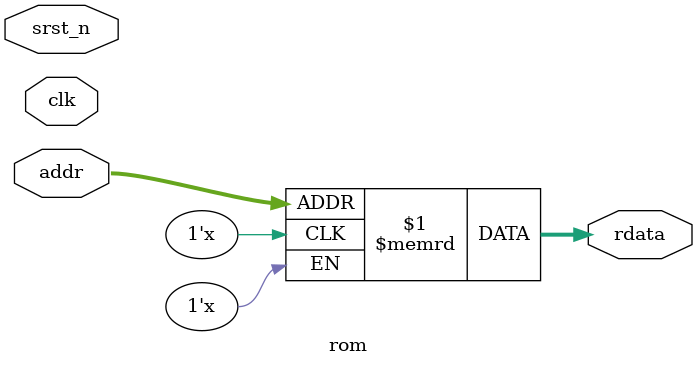
<source format=v>

module rom 
#(
    parameter DATA_WIDTH = 64,
    parameter DATA_NUM = 1024,
    parameter ADDR_WIDTH = 10
)
(
    input clk,
    input srst_n,

    input [ADDR_WIDTH-1:0] addr,

    output [DATA_WIDTH-1:0] rdata
);

reg [DATA_WIDTH-1:0] rom [0:DATA_NUM-1];

assign rdata = rom[addr];

endmodule

</source>
